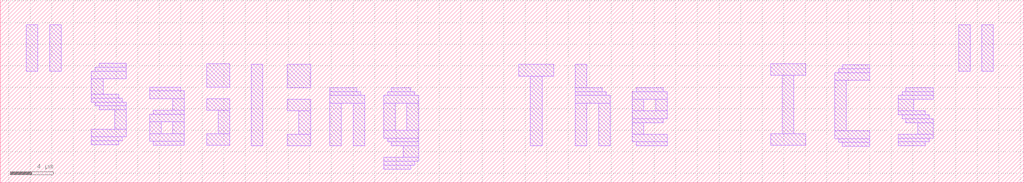
<source format=lef>
VERSION 5.7 ;
  NOWIREEXTENSIONATPIN ON ;
  DIVIDERCHAR "/" ;
  BUSBITCHARS "[]" ;
MACRO caravel_motto
  CLASS BLOCK ;
  FOREIGN caravel_motto ;
  ORIGIN -9335.250 -375.100 ;
  SIZE 95.050 BY 17.000 ;
  OBS
      LAYER Metal5 ;
        RECT 9337.650 385.490 9338.730 389.810 ;
        RECT 9339.810 385.490 9340.890 389.810 ;
        RECT 9344.420 385.850 9346.940 386.210 ;
        RECT 9344.060 385.490 9346.940 385.850 ;
        RECT 9343.700 384.770 9346.940 385.490 ;
        RECT 9343.700 383.330 9344.780 384.770 ;
        RECT 9354.400 384.000 9356.560 386.160 ;
        RECT 9349.100 383.640 9351.980 384.000 ;
        RECT 9343.700 382.970 9346.220 383.330 ;
        RECT 9343.700 382.610 9346.580 382.970 ;
        RECT 9349.100 382.920 9352.340 383.640 ;
        RECT 9344.060 382.250 9346.940 382.610 ;
        RECT 9344.420 381.890 9346.940 382.250 ;
        RECT 9345.860 380.090 9346.940 381.890 ;
        RECT 9351.260 381.840 9352.340 382.920 ;
        RECT 9354.400 381.840 9356.560 382.920 ;
        RECT 9349.460 381.480 9352.340 381.840 ;
        RECT 9343.700 379.370 9346.940 380.090 ;
        RECT 9349.100 380.760 9352.340 381.480 ;
        RECT 9349.100 379.680 9350.180 380.760 ;
        RECT 9351.260 379.680 9352.340 380.760 ;
        RECT 9355.480 379.680 9356.560 381.840 ;
        RECT 9343.700 379.010 9346.580 379.370 ;
        RECT 9343.700 378.650 9346.220 379.010 ;
        RECT 9349.100 378.960 9352.340 379.680 ;
        RECT 9349.460 378.600 9352.340 378.960 ;
        RECT 9354.400 378.600 9356.560 379.680 ;
        RECT 9358.550 378.550 9359.630 386.110 ;
        RECT 9361.900 383.950 9364.060 386.110 ;
        RECT 9383.400 385.030 9386.640 386.110 ;
        RECT 9365.850 383.590 9368.370 383.950 ;
        RECT 9371.570 383.590 9373.370 383.950 ;
        RECT 9365.850 383.230 9368.730 383.590 ;
        RECT 9371.210 383.230 9373.730 383.590 ;
        RECT 9361.900 381.790 9364.060 382.870 ;
        RECT 9362.980 379.630 9364.060 381.790 ;
        RECT 9361.900 378.550 9364.060 379.630 ;
        RECT 9365.850 382.510 9369.090 383.230 ;
        RECT 9365.850 378.550 9366.930 382.510 ;
        RECT 9368.010 378.550 9369.090 382.510 ;
        RECT 9370.850 382.510 9374.090 383.230 ;
        RECT 9370.850 379.990 9371.930 382.510 ;
        RECT 9373.010 379.990 9374.090 382.510 ;
        RECT 9370.850 379.270 9374.090 379.990 ;
        RECT 9371.210 378.910 9374.090 379.270 ;
        RECT 9371.570 378.550 9374.090 378.910 ;
        RECT 9384.480 378.550 9385.560 385.030 ;
        RECT 9388.650 383.950 9389.730 386.110 ;
        RECT 9406.800 385.080 9410.040 386.160 ;
        RECT 9413.470 385.700 9415.990 386.060 ;
        RECT 9413.110 385.340 9415.990 385.700 ;
        RECT 9424.250 385.490 9425.330 389.810 ;
        RECT 9426.410 385.490 9427.490 389.810 ;
        RECT 9388.650 383.590 9391.170 383.950 ;
        RECT 9394.310 383.590 9396.830 383.950 ;
        RECT 9388.650 383.230 9391.530 383.590 ;
        RECT 9388.650 382.510 9391.890 383.230 ;
        RECT 9388.650 378.550 9389.730 382.510 ;
        RECT 9390.810 378.550 9391.890 382.510 ;
        RECT 9393.950 382.870 9397.190 383.590 ;
        RECT 9393.950 381.790 9395.030 382.870 ;
        RECT 9396.110 381.790 9397.190 382.870 ;
        RECT 9393.950 381.070 9397.190 381.790 ;
        RECT 9393.950 380.710 9396.830 381.070 ;
        RECT 9393.950 379.630 9395.030 380.710 ;
        RECT 9407.880 379.680 9408.960 385.080 ;
        RECT 9412.750 384.620 9415.990 385.340 ;
        RECT 9412.750 379.940 9413.830 384.620 ;
        RECT 9419.370 383.590 9421.890 383.950 ;
        RECT 9419.010 383.230 9421.890 383.590 ;
        RECT 9418.650 382.870 9421.890 383.230 ;
        RECT 9418.650 381.790 9420.090 382.870 ;
        RECT 9418.650 381.430 9421.170 381.790 ;
        RECT 9419.010 381.070 9421.530 381.430 ;
        RECT 9419.370 380.710 9421.890 381.070 ;
        RECT 9393.950 378.910 9397.190 379.630 ;
        RECT 9394.310 378.550 9397.190 378.910 ;
        RECT 9406.800 378.600 9410.040 379.680 ;
        RECT 9412.750 379.220 9415.990 379.940 ;
        RECT 9420.450 379.630 9421.890 380.710 ;
        RECT 9413.110 378.860 9415.990 379.220 ;
        RECT 9372.650 377.470 9374.090 378.550 ;
        RECT 9413.470 378.500 9415.990 378.860 ;
        RECT 9418.650 379.270 9421.890 379.630 ;
        RECT 9418.650 378.910 9421.530 379.270 ;
        RECT 9418.650 378.550 9421.170 378.910 ;
        RECT 9370.850 377.110 9374.090 377.470 ;
        RECT 9370.850 376.750 9373.730 377.110 ;
        RECT 9370.850 376.390 9373.370 376.750 ;
  END
END caravel_motto
END LIBRARY


</source>
